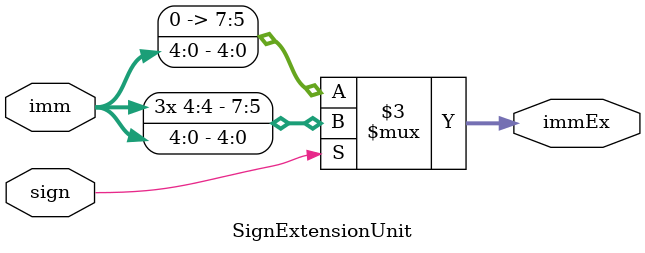
<source format=sv>
module SignExtensionUnit(input [4:0] imm,
								 input sign,
					    		 output [7:0]immEx);
										  

always
begin 
if(sign)
immEx = { imm[4],imm[4],imm[4],imm[4],imm[3],imm[2],imm[1],imm[0]};
else
immEx = { 1'b0, 1'b0, 1'b0,imm[4],imm[3],imm[2],imm[1],imm[0]};
end

endmodule 
</source>
